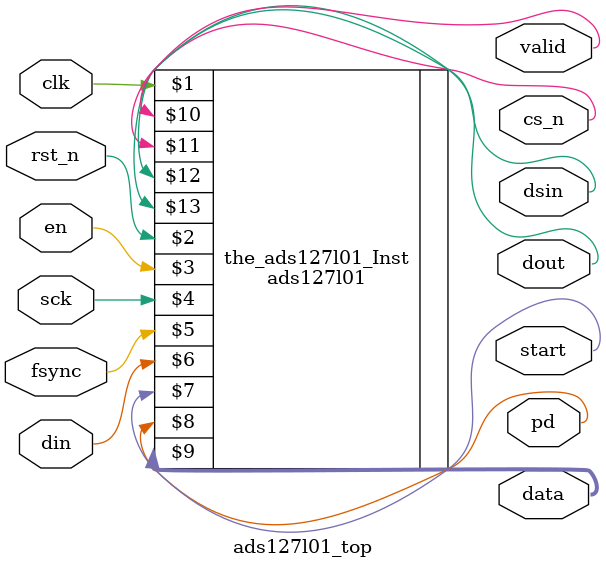
<source format=v>
`timescale 1ns/10ps

module ads127l01_top(
    input wire clk,rst_n,en,
    input wire sck,fsync,din,
    output wire start,pd, // power-down pin
    output wire [23:0] data,
    output wire valid,
    output wire cs_n,dsin,dout
);
    ads127l01 the_ads127l01_Inst(
        clk,rst_n,en,
        sck,fsync,din,
        start,pd,
        data,
        valid,
        cs_n,dsin,dout
    );
endmodule
</source>
